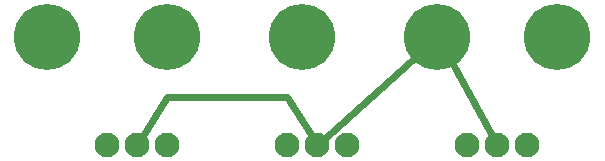
<source format=gbl>
G04 MADE WITH FRITZING*
G04 WWW.FRITZING.ORG*
G04 DOUBLE SIDED*
G04 HOLES PLATED*
G04 CONTOUR ON CENTER OF CONTOUR VECTOR*
%ASAXBY*%
%FSLAX23Y23*%
%MOIN*%
%OFA0B0*%
%SFA1.0B1.0*%
%ADD10C,0.220473*%
%ADD11C,0.082677*%
%ADD12C,0.024000*%
%LNCOPPER0*%
G90*
G70*
G54D10*
X1459Y625D03*
X1009Y625D03*
X559Y625D03*
X159Y625D03*
X1859Y625D03*
G54D11*
X559Y265D03*
X459Y265D03*
X359Y265D03*
X959Y265D03*
X1159Y265D03*
X1059Y265D03*
X1659Y265D03*
X1759Y265D03*
X1559Y265D03*
G54D12*
X1498Y556D02*
X1648Y284D01*
D02*
X1401Y572D02*
X1075Y279D01*
D02*
X958Y424D02*
X558Y424D01*
D02*
X558Y424D02*
X470Y283D01*
D02*
X1047Y283D02*
X958Y424D01*
G04 End of Copper0*
M02*
</source>
